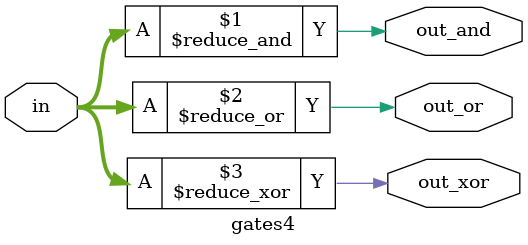
<source format=v>


`default_nettype none

module gates4(
    input [3:0] in,
    output out_and,
    output out_or,
    output out_xor
);
    assign out_and = &in; 
    assign out_or = |in;
    assign out_xor = ^in;
endmodule
</source>
